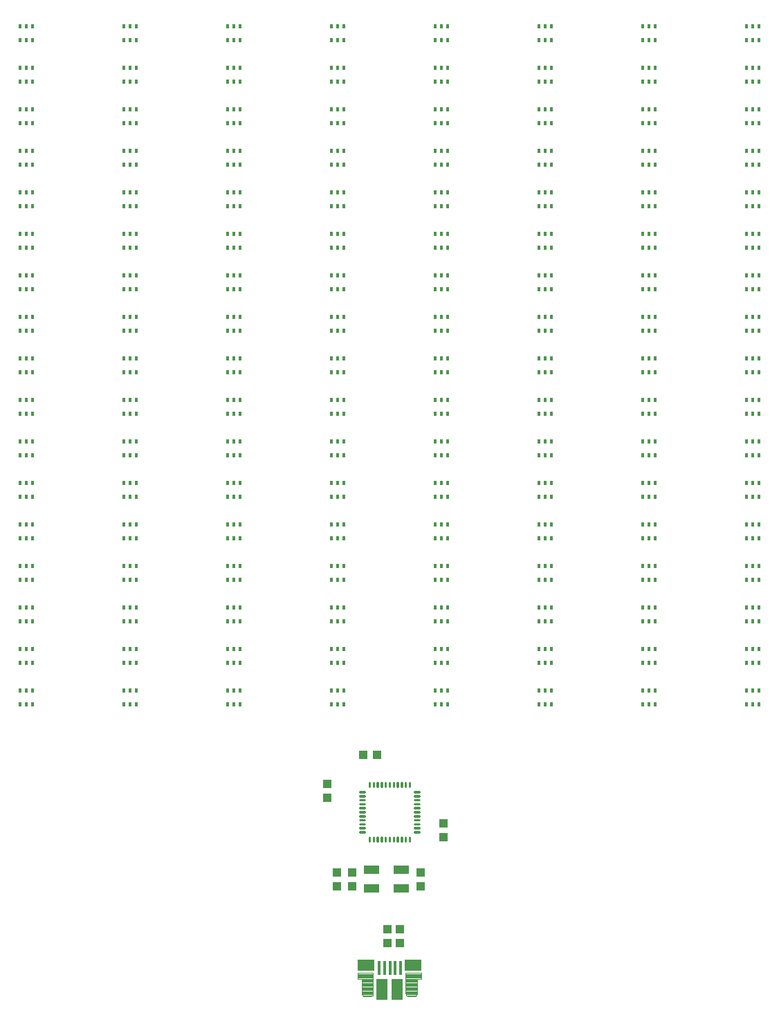
<source format=gtp>
G75*
%MOIN*%
%OFA0B0*%
%FSLAX25Y25*%
%IPPOS*%
%LPD*%
%AMOC8*
5,1,8,0,0,1.08239X$1,22.5*
%
%ADD10R,0.01181X0.02362*%
%ADD11C,0.01004*%
%ADD12R,0.03937X0.04331*%
%ADD13R,0.04331X0.03937*%
%ADD14R,0.07480X0.04331*%
%ADD15R,0.07874X0.05748*%
%ADD16R,0.05610X0.09843*%
%ADD17C,0.00400*%
%ADD18C,0.00197*%
D10*
X0023150Y0150178D03*
X0026300Y0150178D03*
X0029450Y0150178D03*
X0029450Y0156871D03*
X0026300Y0156871D03*
X0023150Y0156871D03*
X0023150Y0170178D03*
X0026300Y0170178D03*
X0029450Y0170178D03*
X0029450Y0176871D03*
X0026300Y0176871D03*
X0023150Y0176871D03*
X0023150Y0190178D03*
X0026300Y0190178D03*
X0029450Y0190178D03*
X0029450Y0196871D03*
X0026300Y0196871D03*
X0023150Y0196871D03*
X0023150Y0210178D03*
X0026300Y0210178D03*
X0029450Y0210178D03*
X0029450Y0216871D03*
X0026300Y0216871D03*
X0023150Y0216871D03*
X0023150Y0230178D03*
X0026300Y0230178D03*
X0029450Y0230178D03*
X0029450Y0236871D03*
X0026300Y0236871D03*
X0023150Y0236871D03*
X0023150Y0250178D03*
X0026300Y0250178D03*
X0029450Y0250178D03*
X0029450Y0256871D03*
X0026300Y0256871D03*
X0023150Y0256871D03*
X0023150Y0270178D03*
X0026300Y0270178D03*
X0029450Y0270178D03*
X0029450Y0276871D03*
X0026300Y0276871D03*
X0023150Y0276871D03*
X0023150Y0290178D03*
X0026300Y0290178D03*
X0029450Y0290178D03*
X0029450Y0296871D03*
X0026300Y0296871D03*
X0023150Y0296871D03*
X0023150Y0310178D03*
X0026300Y0310178D03*
X0029450Y0310178D03*
X0029450Y0316871D03*
X0026300Y0316871D03*
X0023150Y0316871D03*
X0023150Y0330178D03*
X0026300Y0330178D03*
X0029450Y0330178D03*
X0029450Y0336871D03*
X0026300Y0336871D03*
X0023150Y0336871D03*
X0023150Y0350178D03*
X0026300Y0350178D03*
X0029450Y0350178D03*
X0029450Y0356871D03*
X0026300Y0356871D03*
X0023150Y0356871D03*
X0023150Y0370178D03*
X0026300Y0370178D03*
X0029450Y0370178D03*
X0029450Y0376871D03*
X0026300Y0376871D03*
X0023150Y0376871D03*
X0023150Y0390178D03*
X0026300Y0390178D03*
X0029450Y0390178D03*
X0029450Y0396871D03*
X0026300Y0396871D03*
X0023150Y0396871D03*
X0023150Y0410178D03*
X0026300Y0410178D03*
X0029450Y0410178D03*
X0029450Y0416871D03*
X0026300Y0416871D03*
X0023150Y0416871D03*
X0023150Y0430178D03*
X0026300Y0430178D03*
X0029450Y0430178D03*
X0029450Y0436871D03*
X0026300Y0436871D03*
X0023150Y0436871D03*
X0023150Y0450178D03*
X0026300Y0450178D03*
X0029450Y0450178D03*
X0029450Y0456871D03*
X0026300Y0456871D03*
X0023150Y0456871D03*
X0023150Y0470178D03*
X0026300Y0470178D03*
X0029450Y0470178D03*
X0029450Y0476871D03*
X0026300Y0476871D03*
X0023150Y0476871D03*
X0073150Y0476871D03*
X0076300Y0476871D03*
X0079450Y0476871D03*
X0079450Y0470178D03*
X0076300Y0470178D03*
X0073150Y0470178D03*
X0073150Y0456871D03*
X0076300Y0456871D03*
X0079450Y0456871D03*
X0079450Y0450178D03*
X0076300Y0450178D03*
X0073150Y0450178D03*
X0073150Y0436871D03*
X0076300Y0436871D03*
X0079450Y0436871D03*
X0079450Y0430178D03*
X0076300Y0430178D03*
X0073150Y0430178D03*
X0073150Y0416871D03*
X0076300Y0416871D03*
X0079450Y0416871D03*
X0079450Y0410178D03*
X0076300Y0410178D03*
X0073150Y0410178D03*
X0073150Y0396871D03*
X0076300Y0396871D03*
X0079450Y0396871D03*
X0079450Y0390178D03*
X0076300Y0390178D03*
X0073150Y0390178D03*
X0073150Y0376871D03*
X0076300Y0376871D03*
X0079450Y0376871D03*
X0079450Y0370178D03*
X0076300Y0370178D03*
X0073150Y0370178D03*
X0073150Y0356871D03*
X0076300Y0356871D03*
X0079450Y0356871D03*
X0079450Y0350178D03*
X0076300Y0350178D03*
X0073150Y0350178D03*
X0073150Y0336871D03*
X0076300Y0336871D03*
X0079450Y0336871D03*
X0079450Y0330178D03*
X0076300Y0330178D03*
X0073150Y0330178D03*
X0073150Y0316871D03*
X0076300Y0316871D03*
X0079450Y0316871D03*
X0079450Y0310178D03*
X0076300Y0310178D03*
X0073150Y0310178D03*
X0073150Y0296871D03*
X0076300Y0296871D03*
X0079450Y0296871D03*
X0079450Y0290178D03*
X0076300Y0290178D03*
X0073150Y0290178D03*
X0073150Y0276871D03*
X0076300Y0276871D03*
X0079450Y0276871D03*
X0079450Y0270178D03*
X0076300Y0270178D03*
X0073150Y0270178D03*
X0073150Y0256871D03*
X0076300Y0256871D03*
X0079450Y0256871D03*
X0079450Y0250178D03*
X0076300Y0250178D03*
X0073150Y0250178D03*
X0073150Y0236871D03*
X0076300Y0236871D03*
X0079450Y0236871D03*
X0079450Y0230178D03*
X0076300Y0230178D03*
X0073150Y0230178D03*
X0073150Y0216871D03*
X0076300Y0216871D03*
X0079450Y0216871D03*
X0079450Y0210178D03*
X0076300Y0210178D03*
X0073150Y0210178D03*
X0073150Y0196871D03*
X0076300Y0196871D03*
X0079450Y0196871D03*
X0079450Y0190178D03*
X0076300Y0190178D03*
X0073150Y0190178D03*
X0073150Y0176871D03*
X0076300Y0176871D03*
X0079450Y0176871D03*
X0079450Y0170178D03*
X0076300Y0170178D03*
X0073150Y0170178D03*
X0073150Y0156871D03*
X0076300Y0156871D03*
X0079450Y0156871D03*
X0079450Y0150178D03*
X0076300Y0150178D03*
X0073150Y0150178D03*
X0123150Y0150178D03*
X0126300Y0150178D03*
X0129450Y0150178D03*
X0129450Y0156871D03*
X0126300Y0156871D03*
X0123150Y0156871D03*
X0123150Y0170178D03*
X0126300Y0170178D03*
X0129450Y0170178D03*
X0129450Y0176871D03*
X0126300Y0176871D03*
X0123150Y0176871D03*
X0123150Y0190178D03*
X0126300Y0190178D03*
X0129450Y0190178D03*
X0129450Y0196871D03*
X0126300Y0196871D03*
X0123150Y0196871D03*
X0123150Y0210178D03*
X0126300Y0210178D03*
X0129450Y0210178D03*
X0129450Y0216871D03*
X0126300Y0216871D03*
X0123150Y0216871D03*
X0123150Y0230178D03*
X0126300Y0230178D03*
X0129450Y0230178D03*
X0129450Y0236871D03*
X0126300Y0236871D03*
X0123150Y0236871D03*
X0123150Y0250178D03*
X0126300Y0250178D03*
X0129450Y0250178D03*
X0129450Y0256871D03*
X0126300Y0256871D03*
X0123150Y0256871D03*
X0123150Y0270178D03*
X0126300Y0270178D03*
X0129450Y0270178D03*
X0129450Y0276871D03*
X0126300Y0276871D03*
X0123150Y0276871D03*
X0123150Y0290178D03*
X0126300Y0290178D03*
X0129450Y0290178D03*
X0129450Y0296871D03*
X0126300Y0296871D03*
X0123150Y0296871D03*
X0123150Y0310178D03*
X0126300Y0310178D03*
X0129450Y0310178D03*
X0129450Y0316871D03*
X0126300Y0316871D03*
X0123150Y0316871D03*
X0123150Y0330178D03*
X0126300Y0330178D03*
X0129450Y0330178D03*
X0129450Y0336871D03*
X0126300Y0336871D03*
X0123150Y0336871D03*
X0123150Y0350178D03*
X0126300Y0350178D03*
X0129450Y0350178D03*
X0129450Y0356871D03*
X0126300Y0356871D03*
X0123150Y0356871D03*
X0123150Y0370178D03*
X0126300Y0370178D03*
X0129450Y0370178D03*
X0129450Y0376871D03*
X0126300Y0376871D03*
X0123150Y0376871D03*
X0123150Y0390178D03*
X0126300Y0390178D03*
X0129450Y0390178D03*
X0129450Y0396871D03*
X0126300Y0396871D03*
X0123150Y0396871D03*
X0123150Y0410178D03*
X0126300Y0410178D03*
X0129450Y0410178D03*
X0129450Y0416871D03*
X0126300Y0416871D03*
X0123150Y0416871D03*
X0123150Y0430178D03*
X0126300Y0430178D03*
X0129450Y0430178D03*
X0129450Y0436871D03*
X0126300Y0436871D03*
X0123150Y0436871D03*
X0123150Y0450178D03*
X0126300Y0450178D03*
X0129450Y0450178D03*
X0129450Y0456871D03*
X0126300Y0456871D03*
X0123150Y0456871D03*
X0123150Y0470178D03*
X0126300Y0470178D03*
X0129450Y0470178D03*
X0129450Y0476871D03*
X0126300Y0476871D03*
X0123150Y0476871D03*
X0173150Y0476871D03*
X0176300Y0476871D03*
X0179450Y0476871D03*
X0179450Y0470178D03*
X0176300Y0470178D03*
X0173150Y0470178D03*
X0173150Y0456871D03*
X0176300Y0456871D03*
X0179450Y0456871D03*
X0179450Y0450178D03*
X0176300Y0450178D03*
X0173150Y0450178D03*
X0173150Y0436871D03*
X0176300Y0436871D03*
X0179450Y0436871D03*
X0179450Y0430178D03*
X0176300Y0430178D03*
X0173150Y0430178D03*
X0173150Y0416871D03*
X0176300Y0416871D03*
X0179450Y0416871D03*
X0179450Y0410178D03*
X0176300Y0410178D03*
X0173150Y0410178D03*
X0173150Y0396871D03*
X0176300Y0396871D03*
X0179450Y0396871D03*
X0179450Y0390178D03*
X0176300Y0390178D03*
X0173150Y0390178D03*
X0173150Y0376871D03*
X0176300Y0376871D03*
X0179450Y0376871D03*
X0179450Y0370178D03*
X0176300Y0370178D03*
X0173150Y0370178D03*
X0173150Y0356871D03*
X0176300Y0356871D03*
X0179450Y0356871D03*
X0179450Y0350178D03*
X0176300Y0350178D03*
X0173150Y0350178D03*
X0173150Y0336871D03*
X0176300Y0336871D03*
X0179450Y0336871D03*
X0179450Y0330178D03*
X0176300Y0330178D03*
X0173150Y0330178D03*
X0173150Y0316871D03*
X0176300Y0316871D03*
X0179450Y0316871D03*
X0179450Y0310178D03*
X0176300Y0310178D03*
X0173150Y0310178D03*
X0173150Y0296871D03*
X0176300Y0296871D03*
X0179450Y0296871D03*
X0179450Y0290178D03*
X0176300Y0290178D03*
X0173150Y0290178D03*
X0173150Y0276871D03*
X0176300Y0276871D03*
X0179450Y0276871D03*
X0179450Y0270178D03*
X0176300Y0270178D03*
X0173150Y0270178D03*
X0173150Y0256871D03*
X0176300Y0256871D03*
X0179450Y0256871D03*
X0179450Y0250178D03*
X0176300Y0250178D03*
X0173150Y0250178D03*
X0173150Y0236871D03*
X0176300Y0236871D03*
X0179450Y0236871D03*
X0179450Y0230178D03*
X0176300Y0230178D03*
X0173150Y0230178D03*
X0173150Y0216871D03*
X0176300Y0216871D03*
X0179450Y0216871D03*
X0179450Y0210178D03*
X0176300Y0210178D03*
X0173150Y0210178D03*
X0173150Y0196871D03*
X0176300Y0196871D03*
X0179450Y0196871D03*
X0179450Y0190178D03*
X0176300Y0190178D03*
X0173150Y0190178D03*
X0173150Y0176871D03*
X0176300Y0176871D03*
X0179450Y0176871D03*
X0179450Y0170178D03*
X0176300Y0170178D03*
X0173150Y0170178D03*
X0173150Y0156871D03*
X0176300Y0156871D03*
X0179450Y0156871D03*
X0179450Y0150178D03*
X0176300Y0150178D03*
X0173150Y0150178D03*
X0223150Y0150178D03*
X0226300Y0150178D03*
X0229450Y0150178D03*
X0229450Y0156871D03*
X0226300Y0156871D03*
X0223150Y0156871D03*
X0223150Y0170178D03*
X0226300Y0170178D03*
X0229450Y0170178D03*
X0229450Y0176871D03*
X0226300Y0176871D03*
X0223150Y0176871D03*
X0223150Y0190178D03*
X0226300Y0190178D03*
X0229450Y0190178D03*
X0229450Y0196871D03*
X0226300Y0196871D03*
X0223150Y0196871D03*
X0223150Y0210178D03*
X0226300Y0210178D03*
X0229450Y0210178D03*
X0229450Y0216871D03*
X0226300Y0216871D03*
X0223150Y0216871D03*
X0223150Y0230178D03*
X0226300Y0230178D03*
X0229450Y0230178D03*
X0229450Y0236871D03*
X0226300Y0236871D03*
X0223150Y0236871D03*
X0223150Y0250178D03*
X0226300Y0250178D03*
X0229450Y0250178D03*
X0229450Y0256871D03*
X0226300Y0256871D03*
X0223150Y0256871D03*
X0223150Y0270178D03*
X0226300Y0270178D03*
X0229450Y0270178D03*
X0229450Y0276871D03*
X0226300Y0276871D03*
X0223150Y0276871D03*
X0223150Y0290178D03*
X0226300Y0290178D03*
X0229450Y0290178D03*
X0229450Y0296871D03*
X0226300Y0296871D03*
X0223150Y0296871D03*
X0223150Y0310178D03*
X0226300Y0310178D03*
X0229450Y0310178D03*
X0229450Y0316871D03*
X0226300Y0316871D03*
X0223150Y0316871D03*
X0223150Y0330178D03*
X0226300Y0330178D03*
X0229450Y0330178D03*
X0229450Y0336871D03*
X0226300Y0336871D03*
X0223150Y0336871D03*
X0223150Y0350178D03*
X0226300Y0350178D03*
X0229450Y0350178D03*
X0229450Y0356871D03*
X0226300Y0356871D03*
X0223150Y0356871D03*
X0223150Y0370178D03*
X0226300Y0370178D03*
X0229450Y0370178D03*
X0229450Y0376871D03*
X0226300Y0376871D03*
X0223150Y0376871D03*
X0223150Y0390178D03*
X0226300Y0390178D03*
X0229450Y0390178D03*
X0229450Y0396871D03*
X0226300Y0396871D03*
X0223150Y0396871D03*
X0223150Y0410178D03*
X0226300Y0410178D03*
X0229450Y0410178D03*
X0229450Y0416871D03*
X0226300Y0416871D03*
X0223150Y0416871D03*
X0223150Y0430178D03*
X0226300Y0430178D03*
X0229450Y0430178D03*
X0229450Y0436871D03*
X0226300Y0436871D03*
X0223150Y0436871D03*
X0223150Y0450178D03*
X0226300Y0450178D03*
X0229450Y0450178D03*
X0229450Y0456871D03*
X0226300Y0456871D03*
X0223150Y0456871D03*
X0223150Y0470178D03*
X0226300Y0470178D03*
X0229450Y0470178D03*
X0229450Y0476871D03*
X0226300Y0476871D03*
X0223150Y0476871D03*
X0273150Y0476871D03*
X0276300Y0476871D03*
X0279450Y0476871D03*
X0279450Y0470178D03*
X0276300Y0470178D03*
X0273150Y0470178D03*
X0273150Y0456871D03*
X0276300Y0456871D03*
X0279450Y0456871D03*
X0279450Y0450178D03*
X0276300Y0450178D03*
X0273150Y0450178D03*
X0273150Y0436871D03*
X0276300Y0436871D03*
X0279450Y0436871D03*
X0279450Y0430178D03*
X0276300Y0430178D03*
X0273150Y0430178D03*
X0273150Y0416871D03*
X0276300Y0416871D03*
X0279450Y0416871D03*
X0279450Y0410178D03*
X0276300Y0410178D03*
X0273150Y0410178D03*
X0273150Y0396871D03*
X0276300Y0396871D03*
X0279450Y0396871D03*
X0279450Y0390178D03*
X0276300Y0390178D03*
X0273150Y0390178D03*
X0273150Y0376871D03*
X0276300Y0376871D03*
X0279450Y0376871D03*
X0279450Y0370178D03*
X0276300Y0370178D03*
X0273150Y0370178D03*
X0273150Y0356871D03*
X0276300Y0356871D03*
X0279450Y0356871D03*
X0279450Y0350178D03*
X0276300Y0350178D03*
X0273150Y0350178D03*
X0273150Y0336871D03*
X0276300Y0336871D03*
X0279450Y0336871D03*
X0279450Y0330178D03*
X0276300Y0330178D03*
X0273150Y0330178D03*
X0273150Y0316871D03*
X0276300Y0316871D03*
X0279450Y0316871D03*
X0279450Y0310178D03*
X0276300Y0310178D03*
X0273150Y0310178D03*
X0273150Y0296871D03*
X0276300Y0296871D03*
X0279450Y0296871D03*
X0279450Y0290178D03*
X0276300Y0290178D03*
X0273150Y0290178D03*
X0273150Y0276871D03*
X0276300Y0276871D03*
X0279450Y0276871D03*
X0279450Y0270178D03*
X0276300Y0270178D03*
X0273150Y0270178D03*
X0273150Y0256871D03*
X0276300Y0256871D03*
X0279450Y0256871D03*
X0279450Y0250178D03*
X0276300Y0250178D03*
X0273150Y0250178D03*
X0273150Y0236871D03*
X0276300Y0236871D03*
X0279450Y0236871D03*
X0279450Y0230178D03*
X0276300Y0230178D03*
X0273150Y0230178D03*
X0273150Y0216871D03*
X0276300Y0216871D03*
X0279450Y0216871D03*
X0279450Y0210178D03*
X0276300Y0210178D03*
X0273150Y0210178D03*
X0273150Y0196871D03*
X0276300Y0196871D03*
X0279450Y0196871D03*
X0279450Y0190178D03*
X0276300Y0190178D03*
X0273150Y0190178D03*
X0273150Y0176871D03*
X0276300Y0176871D03*
X0279450Y0176871D03*
X0279450Y0170178D03*
X0276300Y0170178D03*
X0273150Y0170178D03*
X0273150Y0156871D03*
X0276300Y0156871D03*
X0279450Y0156871D03*
X0279450Y0150178D03*
X0276300Y0150178D03*
X0273150Y0150178D03*
X0323150Y0150178D03*
X0326300Y0150178D03*
X0329450Y0150178D03*
X0329450Y0156871D03*
X0326300Y0156871D03*
X0323150Y0156871D03*
X0323150Y0170178D03*
X0326300Y0170178D03*
X0329450Y0170178D03*
X0329450Y0176871D03*
X0326300Y0176871D03*
X0323150Y0176871D03*
X0323150Y0190178D03*
X0326300Y0190178D03*
X0329450Y0190178D03*
X0329450Y0196871D03*
X0326300Y0196871D03*
X0323150Y0196871D03*
X0323150Y0210178D03*
X0326300Y0210178D03*
X0329450Y0210178D03*
X0329450Y0216871D03*
X0326300Y0216871D03*
X0323150Y0216871D03*
X0323150Y0230178D03*
X0326300Y0230178D03*
X0329450Y0230178D03*
X0329450Y0236871D03*
X0326300Y0236871D03*
X0323150Y0236871D03*
X0323150Y0250178D03*
X0326300Y0250178D03*
X0329450Y0250178D03*
X0329450Y0256871D03*
X0326300Y0256871D03*
X0323150Y0256871D03*
X0323150Y0270178D03*
X0326300Y0270178D03*
X0329450Y0270178D03*
X0329450Y0276871D03*
X0326300Y0276871D03*
X0323150Y0276871D03*
X0323150Y0290178D03*
X0326300Y0290178D03*
X0329450Y0290178D03*
X0329450Y0296871D03*
X0326300Y0296871D03*
X0323150Y0296871D03*
X0323150Y0310178D03*
X0326300Y0310178D03*
X0329450Y0310178D03*
X0329450Y0316871D03*
X0326300Y0316871D03*
X0323150Y0316871D03*
X0323150Y0330178D03*
X0326300Y0330178D03*
X0329450Y0330178D03*
X0329450Y0336871D03*
X0326300Y0336871D03*
X0323150Y0336871D03*
X0323150Y0350178D03*
X0326300Y0350178D03*
X0329450Y0350178D03*
X0329450Y0356871D03*
X0326300Y0356871D03*
X0323150Y0356871D03*
X0323150Y0370178D03*
X0326300Y0370178D03*
X0329450Y0370178D03*
X0329450Y0376871D03*
X0326300Y0376871D03*
X0323150Y0376871D03*
X0323150Y0390178D03*
X0326300Y0390178D03*
X0329450Y0390178D03*
X0329450Y0396871D03*
X0326300Y0396871D03*
X0323150Y0396871D03*
X0323150Y0410178D03*
X0326300Y0410178D03*
X0329450Y0410178D03*
X0329450Y0416871D03*
X0326300Y0416871D03*
X0323150Y0416871D03*
X0323150Y0430178D03*
X0326300Y0430178D03*
X0329450Y0430178D03*
X0329450Y0436871D03*
X0326300Y0436871D03*
X0323150Y0436871D03*
X0323150Y0450178D03*
X0326300Y0450178D03*
X0329450Y0450178D03*
X0329450Y0456871D03*
X0326300Y0456871D03*
X0323150Y0456871D03*
X0323150Y0470178D03*
X0326300Y0470178D03*
X0329450Y0470178D03*
X0329450Y0476871D03*
X0326300Y0476871D03*
X0323150Y0476871D03*
X0373150Y0476871D03*
X0376300Y0476871D03*
X0379450Y0476871D03*
X0379450Y0470178D03*
X0376300Y0470178D03*
X0373150Y0470178D03*
X0373150Y0456871D03*
X0376300Y0456871D03*
X0379450Y0456871D03*
X0379450Y0450178D03*
X0376300Y0450178D03*
X0373150Y0450178D03*
X0373150Y0436871D03*
X0376300Y0436871D03*
X0379450Y0436871D03*
X0379450Y0430178D03*
X0376300Y0430178D03*
X0373150Y0430178D03*
X0373150Y0416871D03*
X0376300Y0416871D03*
X0379450Y0416871D03*
X0379450Y0410178D03*
X0376300Y0410178D03*
X0373150Y0410178D03*
X0373150Y0396871D03*
X0376300Y0396871D03*
X0379450Y0396871D03*
X0379450Y0390178D03*
X0376300Y0390178D03*
X0373150Y0390178D03*
X0373150Y0376871D03*
X0376300Y0376871D03*
X0379450Y0376871D03*
X0379450Y0370178D03*
X0376300Y0370178D03*
X0373150Y0370178D03*
X0373150Y0356871D03*
X0376300Y0356871D03*
X0379450Y0356871D03*
X0379450Y0350178D03*
X0376300Y0350178D03*
X0373150Y0350178D03*
X0373150Y0336871D03*
X0376300Y0336871D03*
X0379450Y0336871D03*
X0379450Y0330178D03*
X0376300Y0330178D03*
X0373150Y0330178D03*
X0373150Y0316871D03*
X0376300Y0316871D03*
X0379450Y0316871D03*
X0379450Y0310178D03*
X0376300Y0310178D03*
X0373150Y0310178D03*
X0373150Y0296871D03*
X0376300Y0296871D03*
X0379450Y0296871D03*
X0379450Y0290178D03*
X0376300Y0290178D03*
X0373150Y0290178D03*
X0373150Y0276871D03*
X0376300Y0276871D03*
X0379450Y0276871D03*
X0379450Y0270178D03*
X0376300Y0270178D03*
X0373150Y0270178D03*
X0373150Y0256871D03*
X0376300Y0256871D03*
X0379450Y0256871D03*
X0379450Y0250178D03*
X0376300Y0250178D03*
X0373150Y0250178D03*
X0373150Y0236871D03*
X0376300Y0236871D03*
X0379450Y0236871D03*
X0379450Y0230178D03*
X0376300Y0230178D03*
X0373150Y0230178D03*
X0373150Y0216871D03*
X0376300Y0216871D03*
X0379450Y0216871D03*
X0379450Y0210178D03*
X0376300Y0210178D03*
X0373150Y0210178D03*
X0373150Y0196871D03*
X0376300Y0196871D03*
X0379450Y0196871D03*
X0379450Y0190178D03*
X0376300Y0190178D03*
X0373150Y0190178D03*
X0373150Y0176871D03*
X0376300Y0176871D03*
X0379450Y0176871D03*
X0379450Y0170178D03*
X0376300Y0170178D03*
X0373150Y0170178D03*
X0373150Y0156871D03*
X0376300Y0156871D03*
X0379450Y0156871D03*
X0379450Y0150178D03*
X0376300Y0150178D03*
X0373150Y0150178D03*
D11*
X0215509Y0108289D02*
X0213363Y0108289D01*
X0215509Y0108289D02*
X0215509Y0108113D01*
X0213363Y0108113D01*
X0213363Y0108289D01*
X0213363Y0106320D02*
X0215509Y0106320D01*
X0215509Y0106144D01*
X0213363Y0106144D01*
X0213363Y0106320D01*
X0213363Y0104435D02*
X0215509Y0104435D01*
X0215509Y0104259D01*
X0213363Y0104259D01*
X0213363Y0104435D01*
X0213363Y0102466D02*
X0215509Y0102466D01*
X0215509Y0102290D01*
X0213363Y0102290D01*
X0213363Y0102466D01*
X0213363Y0100581D02*
X0215509Y0100581D01*
X0215509Y0100405D01*
X0213363Y0100405D01*
X0213363Y0100581D01*
X0213363Y0098436D02*
X0215509Y0098436D01*
X0213363Y0098436D02*
X0213363Y0098612D01*
X0215509Y0098612D01*
X0215509Y0098436D01*
X0215509Y0096468D02*
X0213363Y0096468D01*
X0213363Y0096644D01*
X0215509Y0096644D01*
X0215509Y0096468D01*
X0215509Y0094583D02*
X0213363Y0094583D01*
X0213363Y0094759D01*
X0215509Y0094759D01*
X0215509Y0094583D01*
X0215509Y0092614D02*
X0213363Y0092614D01*
X0213363Y0092790D01*
X0215509Y0092790D01*
X0215509Y0092614D01*
X0215509Y0090729D02*
X0213363Y0090729D01*
X0213363Y0090905D01*
X0215509Y0090905D01*
X0215509Y0090729D01*
X0215509Y0088760D02*
X0213363Y0088760D01*
X0213363Y0088936D01*
X0215509Y0088936D01*
X0215509Y0088760D01*
X0211064Y0086462D02*
X0211064Y0084316D01*
X0210888Y0084316D01*
X0210888Y0086462D01*
X0211064Y0086462D01*
X0211064Y0085270D02*
X0210888Y0085270D01*
X0210888Y0086224D02*
X0211064Y0086224D01*
X0209096Y0086462D02*
X0209096Y0084316D01*
X0208920Y0084316D01*
X0208920Y0086462D01*
X0209096Y0086462D01*
X0209096Y0085270D02*
X0208920Y0085270D01*
X0208920Y0086224D02*
X0209096Y0086224D01*
X0207210Y0086462D02*
X0207210Y0084316D01*
X0207034Y0084316D01*
X0207034Y0086462D01*
X0207210Y0086462D01*
X0207210Y0085270D02*
X0207034Y0085270D01*
X0207034Y0086224D02*
X0207210Y0086224D01*
X0205242Y0086462D02*
X0205242Y0084316D01*
X0205066Y0084316D01*
X0205066Y0086462D01*
X0205242Y0086462D01*
X0205242Y0085270D02*
X0205066Y0085270D01*
X0205066Y0086224D02*
X0205242Y0086224D01*
X0203357Y0086462D02*
X0203357Y0084316D01*
X0203181Y0084316D01*
X0203181Y0086462D01*
X0203357Y0086462D01*
X0203357Y0085270D02*
X0203181Y0085270D01*
X0203181Y0086224D02*
X0203357Y0086224D01*
X0201212Y0086462D02*
X0201212Y0084316D01*
X0201212Y0086462D02*
X0201388Y0086462D01*
X0201388Y0084316D01*
X0201212Y0084316D01*
X0201212Y0085270D02*
X0201388Y0085270D01*
X0201388Y0086224D02*
X0201212Y0086224D01*
X0199243Y0086462D02*
X0199243Y0084316D01*
X0199243Y0086462D02*
X0199419Y0086462D01*
X0199419Y0084316D01*
X0199243Y0084316D01*
X0199243Y0085270D02*
X0199419Y0085270D01*
X0199419Y0086224D02*
X0199243Y0086224D01*
X0197358Y0086462D02*
X0197358Y0084316D01*
X0197358Y0086462D02*
X0197534Y0086462D01*
X0197534Y0084316D01*
X0197358Y0084316D01*
X0197358Y0085270D02*
X0197534Y0085270D01*
X0197534Y0086224D02*
X0197358Y0086224D01*
X0195390Y0086462D02*
X0195390Y0084316D01*
X0195390Y0086462D02*
X0195566Y0086462D01*
X0195566Y0084316D01*
X0195390Y0084316D01*
X0195390Y0085270D02*
X0195566Y0085270D01*
X0195566Y0086224D02*
X0195390Y0086224D01*
X0193504Y0086462D02*
X0193504Y0084316D01*
X0193504Y0086462D02*
X0193680Y0086462D01*
X0193680Y0084316D01*
X0193504Y0084316D01*
X0193504Y0085270D02*
X0193680Y0085270D01*
X0193680Y0086224D02*
X0193504Y0086224D01*
X0191536Y0086462D02*
X0191536Y0084316D01*
X0191536Y0086462D02*
X0191712Y0086462D01*
X0191712Y0084316D01*
X0191536Y0084316D01*
X0191536Y0085270D02*
X0191712Y0085270D01*
X0191712Y0086224D02*
X0191536Y0086224D01*
X0189237Y0088760D02*
X0187091Y0088760D01*
X0187091Y0088936D01*
X0189237Y0088936D01*
X0189237Y0088760D01*
X0189237Y0090729D02*
X0187091Y0090729D01*
X0187091Y0090905D01*
X0189237Y0090905D01*
X0189237Y0090729D01*
X0189237Y0092614D02*
X0187091Y0092614D01*
X0187091Y0092790D01*
X0189237Y0092790D01*
X0189237Y0092614D01*
X0189237Y0094583D02*
X0187091Y0094583D01*
X0187091Y0094759D01*
X0189237Y0094759D01*
X0189237Y0094583D01*
X0189237Y0096468D02*
X0187091Y0096468D01*
X0187091Y0096644D01*
X0189237Y0096644D01*
X0189237Y0096468D01*
X0189237Y0098612D02*
X0187091Y0098612D01*
X0189237Y0098612D02*
X0189237Y0098436D01*
X0187091Y0098436D01*
X0187091Y0098612D01*
X0187091Y0100581D02*
X0189237Y0100581D01*
X0189237Y0100405D01*
X0187091Y0100405D01*
X0187091Y0100581D01*
X0187091Y0102466D02*
X0189237Y0102466D01*
X0189237Y0102290D01*
X0187091Y0102290D01*
X0187091Y0102466D01*
X0187091Y0104435D02*
X0189237Y0104435D01*
X0189237Y0104259D01*
X0187091Y0104259D01*
X0187091Y0104435D01*
X0187091Y0106320D02*
X0189237Y0106320D01*
X0189237Y0106144D01*
X0187091Y0106144D01*
X0187091Y0106320D01*
X0187091Y0108289D02*
X0189237Y0108289D01*
X0189237Y0108113D01*
X0187091Y0108113D01*
X0187091Y0108289D01*
X0191536Y0110587D02*
X0191536Y0112733D01*
X0191712Y0112733D01*
X0191712Y0110587D01*
X0191536Y0110587D01*
X0191536Y0111541D02*
X0191712Y0111541D01*
X0191712Y0112495D02*
X0191536Y0112495D01*
X0193504Y0112733D02*
X0193504Y0110587D01*
X0193504Y0112733D02*
X0193680Y0112733D01*
X0193680Y0110587D01*
X0193504Y0110587D01*
X0193504Y0111541D02*
X0193680Y0111541D01*
X0193680Y0112495D02*
X0193504Y0112495D01*
X0195390Y0112733D02*
X0195390Y0110587D01*
X0195390Y0112733D02*
X0195566Y0112733D01*
X0195566Y0110587D01*
X0195390Y0110587D01*
X0195390Y0111541D02*
X0195566Y0111541D01*
X0195566Y0112495D02*
X0195390Y0112495D01*
X0197358Y0112733D02*
X0197358Y0110587D01*
X0197358Y0112733D02*
X0197534Y0112733D01*
X0197534Y0110587D01*
X0197358Y0110587D01*
X0197358Y0111541D02*
X0197534Y0111541D01*
X0197534Y0112495D02*
X0197358Y0112495D01*
X0199243Y0112733D02*
X0199243Y0110587D01*
X0199243Y0112733D02*
X0199419Y0112733D01*
X0199419Y0110587D01*
X0199243Y0110587D01*
X0199243Y0111541D02*
X0199419Y0111541D01*
X0199419Y0112495D02*
X0199243Y0112495D01*
X0201388Y0112733D02*
X0201388Y0110587D01*
X0201212Y0110587D01*
X0201212Y0112733D01*
X0201388Y0112733D01*
X0201388Y0111541D02*
X0201212Y0111541D01*
X0201212Y0112495D02*
X0201388Y0112495D01*
X0203357Y0112733D02*
X0203357Y0110587D01*
X0203181Y0110587D01*
X0203181Y0112733D01*
X0203357Y0112733D01*
X0203357Y0111541D02*
X0203181Y0111541D01*
X0203181Y0112495D02*
X0203357Y0112495D01*
X0205242Y0112733D02*
X0205242Y0110587D01*
X0205066Y0110587D01*
X0205066Y0112733D01*
X0205242Y0112733D01*
X0205242Y0111541D02*
X0205066Y0111541D01*
X0205066Y0112495D02*
X0205242Y0112495D01*
X0207210Y0112733D02*
X0207210Y0110587D01*
X0207034Y0110587D01*
X0207034Y0112733D01*
X0207210Y0112733D01*
X0207210Y0111541D02*
X0207034Y0111541D01*
X0207034Y0112495D02*
X0207210Y0112495D01*
X0209096Y0112733D02*
X0209096Y0110587D01*
X0208920Y0110587D01*
X0208920Y0112733D01*
X0209096Y0112733D01*
X0209096Y0111541D02*
X0208920Y0111541D01*
X0208920Y0112495D02*
X0209096Y0112495D01*
X0211064Y0112733D02*
X0211064Y0110587D01*
X0210888Y0110587D01*
X0210888Y0112733D01*
X0211064Y0112733D01*
X0211064Y0111541D02*
X0210888Y0111541D01*
X0210888Y0112495D02*
X0211064Y0112495D01*
D12*
X0227300Y0092871D03*
X0227300Y0086178D03*
X0216300Y0069371D03*
X0216300Y0062678D03*
X0206300Y0041871D03*
X0206300Y0035178D03*
X0200300Y0035178D03*
X0200300Y0041871D03*
X0183300Y0062678D03*
X0183300Y0069371D03*
X0175800Y0069371D03*
X0175800Y0062678D03*
X0171300Y0105178D03*
X0171300Y0111871D03*
D13*
X0188454Y0126024D03*
X0195146Y0126024D03*
D14*
X0192517Y0070552D03*
X0192517Y0061497D03*
X0207083Y0061497D03*
X0207083Y0070552D03*
D15*
X0212717Y0024607D03*
X0189883Y0024607D03*
D16*
X0197511Y0012993D03*
X0205089Y0012993D03*
D17*
X0209106Y0012908D02*
X0214506Y0012908D01*
X0214506Y0012510D02*
X0209106Y0012510D01*
X0209106Y0012111D02*
X0214506Y0012111D01*
X0214506Y0011712D02*
X0209106Y0011712D01*
X0209106Y0011314D02*
X0214506Y0011314D01*
X0214506Y0010915D02*
X0209112Y0010915D01*
X0209106Y0010965D02*
X0209139Y0010675D01*
X0209235Y0010401D01*
X0209390Y0010154D01*
X0209596Y0009948D01*
X0209842Y0009793D01*
X0210117Y0009697D01*
X0210406Y0009665D01*
X0213306Y0009665D01*
X0213573Y0009695D01*
X0213827Y0009783D01*
X0214054Y0009926D01*
X0214245Y0010116D01*
X0214387Y0010344D01*
X0214476Y0010598D01*
X0214506Y0010865D01*
X0214506Y0017765D01*
X0214514Y0017803D01*
X0214536Y0017835D01*
X0214568Y0017857D01*
X0214606Y0017865D01*
X0216506Y0017865D01*
X0216506Y0020965D01*
X0209106Y0020965D01*
X0209106Y0010965D01*
X0209194Y0010517D02*
X0214448Y0010517D01*
X0214246Y0010118D02*
X0209426Y0010118D01*
X0210052Y0009720D02*
X0213646Y0009720D01*
X0214506Y0013307D02*
X0209106Y0013307D01*
X0209106Y0013705D02*
X0214506Y0013705D01*
X0214506Y0014104D02*
X0209106Y0014104D01*
X0209106Y0014502D02*
X0214506Y0014502D01*
X0214506Y0014901D02*
X0209106Y0014901D01*
X0209106Y0015299D02*
X0214506Y0015299D01*
X0214506Y0015698D02*
X0209106Y0015698D01*
X0209106Y0016096D02*
X0214506Y0016096D01*
X0214506Y0016495D02*
X0209106Y0016495D01*
X0209106Y0016893D02*
X0214506Y0016893D01*
X0214506Y0017292D02*
X0209106Y0017292D01*
X0209106Y0017690D02*
X0214506Y0017690D01*
X0216506Y0018089D02*
X0209106Y0018089D01*
X0209106Y0018487D02*
X0216506Y0018487D01*
X0216506Y0018886D02*
X0209106Y0018886D01*
X0209106Y0019284D02*
X0216506Y0019284D01*
X0216506Y0019683D02*
X0209106Y0019683D01*
X0209106Y0020081D02*
X0216506Y0020081D01*
X0216506Y0020480D02*
X0209106Y0020480D01*
X0209106Y0020878D02*
X0216506Y0020878D01*
X0193443Y0020878D02*
X0186043Y0020878D01*
X0186043Y0020965D02*
X0193443Y0020965D01*
X0193443Y0010965D01*
X0193411Y0010675D01*
X0193314Y0010401D01*
X0193160Y0010154D01*
X0192954Y0009948D01*
X0192707Y0009793D01*
X0192432Y0009697D01*
X0192143Y0009665D01*
X0189243Y0009665D01*
X0188976Y0009695D01*
X0188723Y0009783D01*
X0188495Y0009926D01*
X0188305Y0010116D01*
X0188162Y0010344D01*
X0188073Y0010598D01*
X0188043Y0010865D01*
X0188043Y0017765D01*
X0188036Y0017803D01*
X0188014Y0017835D01*
X0187981Y0017857D01*
X0187943Y0017865D01*
X0186043Y0017865D01*
X0186043Y0020965D01*
X0186043Y0020480D02*
X0193443Y0020480D01*
X0193443Y0020081D02*
X0186043Y0020081D01*
X0186043Y0019683D02*
X0193443Y0019683D01*
X0193443Y0019284D02*
X0186043Y0019284D01*
X0186043Y0018886D02*
X0193443Y0018886D01*
X0193443Y0018487D02*
X0186043Y0018487D01*
X0186043Y0018089D02*
X0193443Y0018089D01*
X0193443Y0017690D02*
X0188043Y0017690D01*
X0188043Y0017292D02*
X0193443Y0017292D01*
X0193443Y0016893D02*
X0188043Y0016893D01*
X0188043Y0016495D02*
X0193443Y0016495D01*
X0193443Y0016096D02*
X0188043Y0016096D01*
X0188043Y0015698D02*
X0193443Y0015698D01*
X0193443Y0015299D02*
X0188043Y0015299D01*
X0188043Y0014901D02*
X0193443Y0014901D01*
X0193443Y0014502D02*
X0188043Y0014502D01*
X0188043Y0014104D02*
X0193443Y0014104D01*
X0193443Y0013705D02*
X0188043Y0013705D01*
X0188043Y0013307D02*
X0193443Y0013307D01*
X0193443Y0012908D02*
X0188043Y0012908D01*
X0188043Y0012510D02*
X0193443Y0012510D01*
X0193443Y0012111D02*
X0188043Y0012111D01*
X0188043Y0011712D02*
X0193443Y0011712D01*
X0193443Y0011314D02*
X0188043Y0011314D01*
X0188043Y0010915D02*
X0193438Y0010915D01*
X0193355Y0010517D02*
X0188101Y0010517D01*
X0188304Y0010118D02*
X0193124Y0010118D01*
X0192498Y0009720D02*
X0188904Y0009720D01*
D18*
X0195690Y0020352D02*
X0195690Y0026749D01*
X0196674Y0026749D01*
X0196674Y0020352D01*
X0195690Y0020352D01*
X0195690Y0020441D02*
X0196674Y0020441D01*
X0196674Y0020637D02*
X0195690Y0020637D01*
X0195690Y0020832D02*
X0196674Y0020832D01*
X0196674Y0021028D02*
X0195690Y0021028D01*
X0195690Y0021223D02*
X0196674Y0021223D01*
X0196674Y0021418D02*
X0195690Y0021418D01*
X0195690Y0021614D02*
X0196674Y0021614D01*
X0196674Y0021809D02*
X0195690Y0021809D01*
X0195690Y0022004D02*
X0196674Y0022004D01*
X0196674Y0022200D02*
X0195690Y0022200D01*
X0195690Y0022395D02*
X0196674Y0022395D01*
X0196674Y0022590D02*
X0195690Y0022590D01*
X0195690Y0022786D02*
X0196674Y0022786D01*
X0196674Y0022981D02*
X0195690Y0022981D01*
X0195690Y0023177D02*
X0196674Y0023177D01*
X0196674Y0023372D02*
X0195690Y0023372D01*
X0195690Y0023567D02*
X0196674Y0023567D01*
X0196674Y0023763D02*
X0195690Y0023763D01*
X0195690Y0023958D02*
X0196674Y0023958D01*
X0196674Y0024153D02*
X0195690Y0024153D01*
X0195690Y0024349D02*
X0196674Y0024349D01*
X0196674Y0024544D02*
X0195690Y0024544D01*
X0195690Y0024739D02*
X0196674Y0024739D01*
X0196674Y0024935D02*
X0195690Y0024935D01*
X0195690Y0025130D02*
X0196674Y0025130D01*
X0196674Y0025326D02*
X0195690Y0025326D01*
X0195690Y0025521D02*
X0196674Y0025521D01*
X0196674Y0025716D02*
X0195690Y0025716D01*
X0195690Y0025912D02*
X0196674Y0025912D01*
X0196674Y0026107D02*
X0195690Y0026107D01*
X0195690Y0026302D02*
X0196674Y0026302D01*
X0196674Y0026498D02*
X0195690Y0026498D01*
X0195690Y0026693D02*
X0196674Y0026693D01*
X0198249Y0026693D02*
X0199233Y0026693D01*
X0199233Y0026749D02*
X0199233Y0020352D01*
X0198249Y0020352D01*
X0198249Y0026749D01*
X0199233Y0026749D01*
X0199233Y0026498D02*
X0198249Y0026498D01*
X0198249Y0026302D02*
X0199233Y0026302D01*
X0199233Y0026107D02*
X0198249Y0026107D01*
X0198249Y0025912D02*
X0199233Y0025912D01*
X0199233Y0025716D02*
X0198249Y0025716D01*
X0198249Y0025521D02*
X0199233Y0025521D01*
X0199233Y0025326D02*
X0198249Y0025326D01*
X0198249Y0025130D02*
X0199233Y0025130D01*
X0199233Y0024935D02*
X0198249Y0024935D01*
X0198249Y0024739D02*
X0199233Y0024739D01*
X0199233Y0024544D02*
X0198249Y0024544D01*
X0198249Y0024349D02*
X0199233Y0024349D01*
X0199233Y0024153D02*
X0198249Y0024153D01*
X0198249Y0023958D02*
X0199233Y0023958D01*
X0199233Y0023763D02*
X0198249Y0023763D01*
X0198249Y0023567D02*
X0199233Y0023567D01*
X0199233Y0023372D02*
X0198249Y0023372D01*
X0198249Y0023177D02*
X0199233Y0023177D01*
X0199233Y0022981D02*
X0198249Y0022981D01*
X0198249Y0022786D02*
X0199233Y0022786D01*
X0199233Y0022590D02*
X0198249Y0022590D01*
X0198249Y0022395D02*
X0199233Y0022395D01*
X0199233Y0022200D02*
X0198249Y0022200D01*
X0198249Y0022004D02*
X0199233Y0022004D01*
X0199233Y0021809D02*
X0198249Y0021809D01*
X0198249Y0021614D02*
X0199233Y0021614D01*
X0199233Y0021418D02*
X0198249Y0021418D01*
X0198249Y0021223D02*
X0199233Y0021223D01*
X0199233Y0021028D02*
X0198249Y0021028D01*
X0198249Y0020832D02*
X0199233Y0020832D01*
X0199233Y0020637D02*
X0198249Y0020637D01*
X0198249Y0020441D02*
X0199233Y0020441D01*
X0200808Y0020441D02*
X0201792Y0020441D01*
X0201792Y0020352D02*
X0200808Y0020352D01*
X0200808Y0026749D01*
X0201792Y0026749D01*
X0201792Y0020352D01*
X0201792Y0020637D02*
X0200808Y0020637D01*
X0200808Y0020832D02*
X0201792Y0020832D01*
X0201792Y0021028D02*
X0200808Y0021028D01*
X0200808Y0021223D02*
X0201792Y0021223D01*
X0201792Y0021418D02*
X0200808Y0021418D01*
X0200808Y0021614D02*
X0201792Y0021614D01*
X0201792Y0021809D02*
X0200808Y0021809D01*
X0200808Y0022004D02*
X0201792Y0022004D01*
X0201792Y0022200D02*
X0200808Y0022200D01*
X0200808Y0022395D02*
X0201792Y0022395D01*
X0201792Y0022590D02*
X0200808Y0022590D01*
X0200808Y0022786D02*
X0201792Y0022786D01*
X0201792Y0022981D02*
X0200808Y0022981D01*
X0200808Y0023177D02*
X0201792Y0023177D01*
X0201792Y0023372D02*
X0200808Y0023372D01*
X0200808Y0023567D02*
X0201792Y0023567D01*
X0201792Y0023763D02*
X0200808Y0023763D01*
X0200808Y0023958D02*
X0201792Y0023958D01*
X0201792Y0024153D02*
X0200808Y0024153D01*
X0200808Y0024349D02*
X0201792Y0024349D01*
X0201792Y0024544D02*
X0200808Y0024544D01*
X0200808Y0024739D02*
X0201792Y0024739D01*
X0201792Y0024935D02*
X0200808Y0024935D01*
X0200808Y0025130D02*
X0201792Y0025130D01*
X0201792Y0025326D02*
X0200808Y0025326D01*
X0200808Y0025521D02*
X0201792Y0025521D01*
X0201792Y0025716D02*
X0200808Y0025716D01*
X0200808Y0025912D02*
X0201792Y0025912D01*
X0201792Y0026107D02*
X0200808Y0026107D01*
X0200808Y0026302D02*
X0201792Y0026302D01*
X0201792Y0026498D02*
X0200808Y0026498D01*
X0200808Y0026693D02*
X0201792Y0026693D01*
X0203367Y0026693D02*
X0204351Y0026693D01*
X0204351Y0026749D02*
X0204351Y0020352D01*
X0203367Y0020352D01*
X0203367Y0026749D01*
X0204351Y0026749D01*
X0204351Y0026498D02*
X0203367Y0026498D01*
X0203367Y0026302D02*
X0204351Y0026302D01*
X0204351Y0026107D02*
X0203367Y0026107D01*
X0203367Y0025912D02*
X0204351Y0025912D01*
X0204351Y0025716D02*
X0203367Y0025716D01*
X0203367Y0025521D02*
X0204351Y0025521D01*
X0204351Y0025326D02*
X0203367Y0025326D01*
X0203367Y0025130D02*
X0204351Y0025130D01*
X0204351Y0024935D02*
X0203367Y0024935D01*
X0203367Y0024739D02*
X0204351Y0024739D01*
X0204351Y0024544D02*
X0203367Y0024544D01*
X0203367Y0024349D02*
X0204351Y0024349D01*
X0204351Y0024153D02*
X0203367Y0024153D01*
X0203367Y0023958D02*
X0204351Y0023958D01*
X0204351Y0023763D02*
X0203367Y0023763D01*
X0203367Y0023567D02*
X0204351Y0023567D01*
X0204351Y0023372D02*
X0203367Y0023372D01*
X0203367Y0023177D02*
X0204351Y0023177D01*
X0204351Y0022981D02*
X0203367Y0022981D01*
X0203367Y0022786D02*
X0204351Y0022786D01*
X0204351Y0022590D02*
X0203367Y0022590D01*
X0203367Y0022395D02*
X0204351Y0022395D01*
X0204351Y0022200D02*
X0203367Y0022200D01*
X0203367Y0022004D02*
X0204351Y0022004D01*
X0204351Y0021809D02*
X0203367Y0021809D01*
X0203367Y0021614D02*
X0204351Y0021614D01*
X0204351Y0021418D02*
X0203367Y0021418D01*
X0203367Y0021223D02*
X0204351Y0021223D01*
X0204351Y0021028D02*
X0203367Y0021028D01*
X0203367Y0020832D02*
X0204351Y0020832D01*
X0204351Y0020637D02*
X0203367Y0020637D01*
X0203367Y0020441D02*
X0204351Y0020441D01*
X0205926Y0020441D02*
X0206910Y0020441D01*
X0206910Y0020352D02*
X0205926Y0020352D01*
X0205926Y0026749D01*
X0206910Y0026749D01*
X0206910Y0020352D01*
X0206910Y0020637D02*
X0205926Y0020637D01*
X0205926Y0020832D02*
X0206910Y0020832D01*
X0206910Y0021028D02*
X0205926Y0021028D01*
X0205926Y0021223D02*
X0206910Y0021223D01*
X0206910Y0021418D02*
X0205926Y0021418D01*
X0205926Y0021614D02*
X0206910Y0021614D01*
X0206910Y0021809D02*
X0205926Y0021809D01*
X0205926Y0022004D02*
X0206910Y0022004D01*
X0206910Y0022200D02*
X0205926Y0022200D01*
X0205926Y0022395D02*
X0206910Y0022395D01*
X0206910Y0022590D02*
X0205926Y0022590D01*
X0205926Y0022786D02*
X0206910Y0022786D01*
X0206910Y0022981D02*
X0205926Y0022981D01*
X0205926Y0023177D02*
X0206910Y0023177D01*
X0206910Y0023372D02*
X0205926Y0023372D01*
X0205926Y0023567D02*
X0206910Y0023567D01*
X0206910Y0023763D02*
X0205926Y0023763D01*
X0205926Y0023958D02*
X0206910Y0023958D01*
X0206910Y0024153D02*
X0205926Y0024153D01*
X0205926Y0024349D02*
X0206910Y0024349D01*
X0206910Y0024544D02*
X0205926Y0024544D01*
X0205926Y0024739D02*
X0206910Y0024739D01*
X0206910Y0024935D02*
X0205926Y0024935D01*
X0205926Y0025130D02*
X0206910Y0025130D01*
X0206910Y0025326D02*
X0205926Y0025326D01*
X0205926Y0025521D02*
X0206910Y0025521D01*
X0206910Y0025716D02*
X0205926Y0025716D01*
X0205926Y0025912D02*
X0206910Y0025912D01*
X0206910Y0026107D02*
X0205926Y0026107D01*
X0205926Y0026302D02*
X0206910Y0026302D01*
X0206910Y0026498D02*
X0205926Y0026498D01*
X0205926Y0026693D02*
X0206910Y0026693D01*
M02*

</source>
